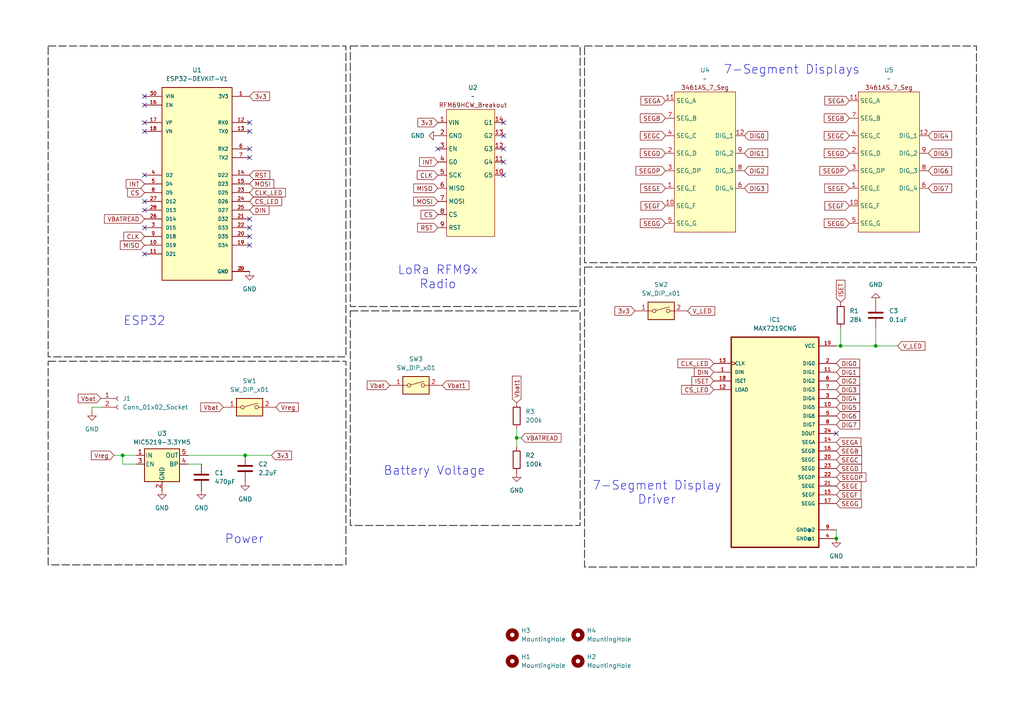
<source format=kicad_sch>
(kicad_sch (version 20250114) (generator "eeschema") (generator_version "9.0")
  (paper "A4")
  (lib_symbols
    (symbol "3461AS_7_seg:3461AS_7_seg"
      (property "Reference" "U" (at 0 -21.59 0))
      (symbol "3461AS_7_seg_1_1"
        (rectangle (start -8.89 20.32) (end 8.89 -20.32) (fill (type background)))
        (text "3461AS_7_Seg" (at 0 21.59 0) (effects (font (size 1.27 1.27))))
        (pin input line (at -11.43 17.78 0) (length 2.54) (name "SEG_A") (number "11"))
        (pin input line (at -11.43 12.7 0) (length 2.54) (name "SEG_B") (number "7"))
        (pin input line (at -11.43 7.62 0) (length 2.54) (name "SEG_C") (number "4"))
        (pin input line (at -11.43 2.54 0) (length 2.54) (name "SEG_D") (number "2"))
        (pin input line (at -11.43 -2.54 0) (length 2.54) (name "SEG_DP") (number "3"))
        (pin input line (at -11.43 -7.62 0) (length 2.54) (name "SEG_E") (number "1"))
        (pin input line (at -11.43 -12.7 0) (length 2.54) (name "SEG_F") (number "10"))
        (pin input line (at -11.43 -17.78 0) (length 2.54) (name "SEG_G") (number "5"))
        (pin input line (at 11.43 7.62 180) (length 2.54) (name "DIG_1") (number "12"))
        (pin input line (at 11.43 2.54 180) (length 2.54) (name "DIG_2") (number "9"))
        (pin input line (at 11.43 -2.54 180) (length 2.54) (name "DIG_3") (number "8"))
        (pin input line (at 11.43 -7.62 180) (length 2.54) (name "DIG_4") (number "6"))
      )
    )
    (symbol "Connector:Conn_01x02_Socket" (pin_names (offset 1.016) (hide yes))
      (property "Reference" "J" (at 0 2.54 0))
      (property "Value" "Conn_01x02_Socket" (at 0 -5.08 0))
      (symbol "Conn_01x02_Socket_1_1"
        (polyline (pts (xy -1.27 0) (xy -0.508 0)) (stroke (width 0.1524)))
        (polyline (pts (xy -1.27 -2.54) (xy -0.508 -2.54)) (stroke (width 0.1524)))
        (arc (start 0 -0.508) (mid -0.5058 0) (end 0 0.508) (stroke (width 0.1524)))
        (arc (start 0 -3.048) (mid -0.5058 -2.54) (end 0 -2.032) (stroke (width 0.1524)))
        (pin passive line (at -5.08 0 0) (length 3.81) (name "Pin_1") (number "1"))
        (pin passive line (at -5.08 -2.54 0) (length 3.81) (name "Pin_2") (number "2"))
      )
    )
    (symbol "Device:C" (pin_numbers (hide yes)) (pin_names (offset 0.254))
      (property "Reference" "C" (at 0.635 2.54 0))
      (property "Value" "C" (at 0.635 -2.54 0))
      (symbol "C_0_1"
        (polyline (pts (xy -2.032 0.762) (xy 2.032 0.762)) (stroke (width 0.508)))
        (polyline (pts (xy -2.032 -0.762) (xy 2.032 -0.762)) (stroke (width 0.508)))
      )
      (symbol "C_1_1"
        (pin passive line (at 0 3.81 270) (length 2.794) (name "~") (number "1"))
        (pin passive line (at 0 -3.81 90) (length 2.794) (name "~") (number "2"))
      )
    )
    (symbol "Device:R" (pin_numbers (hide yes)) (pin_names (offset 0))
      (property "Reference" "R" (at 2.032 0 90))
      (property "Value" "R" (at 0 0 90))
      (symbol "R_0_1"
        (rectangle (start -1.016 -2.54) (end 1.016 2.54) (stroke (width 0.254)))
      )
      (symbol "R_1_1"
        (pin passive line (at 0 3.81 270) (length 1.27) (name "~") (number "1"))
        (pin passive line (at 0 -3.81 90) (length 1.27) (name "~") (number "2"))
      )
    )
    (symbol "ESP32-DEVKIT-V1:ESP32-DEVKIT-V1" (pin_names (offset 1.016))
      (property "Reference" "U" (at -10.16 30.48 0))
      (property "Value" "ESP32-DEVKIT-V1" (at -10.16 -30.48 0))
      (symbol "ESP32-DEVKIT-V1_0_0"
        (rectangle (start -10.16 -27.94) (end 10.16 27.94) (stroke (width 0.254)) (fill (type background)))
        (pin input line (at -15.24 25.4 0) (length 5.08) (name "VIN") (number "30"))
        (pin input line (at -15.24 22.86 0) (length 5.08) (name "EN") (number "16"))
        (pin bidirectional line (at -15.24 17.78 0) (length 5.08) (name "VP") (number "17"))
        (pin bidirectional line (at -15.24 15.24 0) (length 5.08) (name "VN") (number "18"))
        (pin bidirectional line (at -15.24 2.54 0) (length 5.08) (name "D2") (number "4"))
        (pin bidirectional line (at -15.24 0 0) (length 5.08) (name "D4") (number "5"))
        (pin bidirectional line (at -15.24 -2.54 0) (length 5.08) (name "D5") (number "8"))
        (pin bidirectional line (at -15.24 -5.08 0) (length 5.08) (name "D12") (number "27"))
        (pin bidirectional line (at -15.24 -7.62 0) (length 5.08) (name "D13") (number "28"))
        (pin bidirectional line (at -15.24 -10.16 0) (length 5.08) (name "D14") (number "26"))
        (pin bidirectional line (at -15.24 -12.7 0) (length 5.08) (name "D15") (number "3"))
        (pin bidirectional line (at -15.24 -15.24 0) (length 5.08) (name "D18") (number "9"))
        (pin bidirectional line (at -15.24 -17.78 0) (length 5.08) (name "D19") (number "10"))
        (pin bidirectional line (at -15.24 -20.32 0) (length 5.08) (name "D21") (number "11"))
        (pin output line (at 15.24 25.4 180) (length 5.08) (name "3V3") (number "1"))
        (pin input line (at 15.24 17.78 180) (length 5.08) (name "RX0") (number "12"))
        (pin output line (at 15.24 15.24 180) (length 5.08) (name "TX0") (number "13"))
        (pin input line (at 15.24 10.16 180) (length 5.08) (name "RX2") (number "6"))
        (pin output line (at 15.24 7.62 180) (length 5.08) (name "TX2") (number "7"))
        (pin bidirectional line (at 15.24 2.54 180) (length 5.08) (name "D22") (number "14"))
        (pin bidirectional line (at 15.24 0 180) (length 5.08) (name "D23") (number "15"))
        (pin bidirectional line (at 15.24 -2.54 180) (length 5.08) (name "D25") (number "23"))
        (pin bidirectional line (at 15.24 -5.08 180) (length 5.08) (name "D26") (number "24"))
        (pin bidirectional line (at 15.24 -7.62 180) (length 5.08) (name "D27") (number "25"))
        (pin bidirectional line (at 15.24 -10.16 180) (length 5.08) (name "D32") (number "21"))
        (pin bidirectional line (at 15.24 -12.7 180) (length 5.08) (name "D33") (number "22"))
        (pin bidirectional line (at 15.24 -15.24 180) (length 5.08) (name "D35") (number "20"))
        (pin bidirectional line (at 15.24 -17.78 180) (length 5.08) (name "D34") (number "19"))
        (pin power_in line (at 15.24 -25.4 180) (length 5.08) (name "GND") (number "2"))
        (pin power_in line (at 15.24 -25.4 180) (length 5.08) (name "GND") (number "29"))
      )
    )
    (symbol "MAX7219CNG:MAX7219CNG" (pin_names (offset 1.016))
      (property "Reference" "IC" (at -12.7 31.48 0))
      (property "Value" "MAX7219CNG" (at -12.7 -34.48 0))
      (symbol "MAX7219CNG_0_0"
        (rectangle (start -12.7 -30.48) (end 12.7 30.48) (stroke (width 0.41)) (fill (type background)))
        (pin input clock (at -17.78 22.86 0) (length 5.08) (name "CLK") (number "13"))
        (pin input line (at -17.78 20.32 0) (length 5.08) (name "DIN") (number "1"))
        (pin input line (at -17.78 17.78 0) (length 5.08) (name "ISET") (number "18"))
        (pin input line (at -17.78 15.24 0) (length 5.08) (name "LOAD") (number "12"))
        (pin power_in line (at 17.78 27.94 180) (length 5.08) (name "VCC") (number "19"))
        (pin output line (at 17.78 22.86 180) (length 5.08) (name "DIG0") (number "2"))
        (pin output line (at 17.78 20.32 180) (length 5.08) (name "DIG1") (number "11"))
        (pin output line (at 17.78 17.78 180) (length 5.08) (name "DIG2") (number "6"))
        (pin output line (at 17.78 15.24 180) (length 5.08) (name "DIG3") (number "7"))
        (pin output line (at 17.78 12.7 180) (length 5.08) (name "DIG4") (number "3"))
        (pin output line (at 17.78 10.16 180) (length 5.08) (name "DIG5") (number "10"))
        (pin output line (at 17.78 7.62 180) (length 5.08) (name "DIG6") (number "5"))
        (pin output line (at 17.78 5.08 180) (length 5.08) (name "DIG7") (number "8"))
        (pin output line (at 17.78 2.54 180) (length 5.08) (name "DOUT") (number "24"))
        (pin output line (at 17.78 0 180) (length 5.08) (name "SEGA") (number "14"))
        (pin output line (at 17.78 -2.54 180) (length 5.08) (name "SEGB") (number "16"))
        (pin output line (at 17.78 -5.08 180) (length 5.08) (name "SEGC") (number "20"))
        (pin output line (at 17.78 -7.62 180) (length 5.08) (name "SEGD") (number "23"))
        (pin output line (at 17.78 -10.16 180) (length 5.08) (name "SEGDP") (number "22"))
        (pin output line (at 17.78 -12.7 180) (length 5.08) (name "SEGE") (number "21"))
        (pin output line (at 17.78 -15.24 180) (length 5.08) (name "SEGF") (number "15"))
        (pin output line (at 17.78 -17.78 180) (length 5.08) (name "SEGG") (number "17"))
        (pin power_in line (at 17.78 -25.4 180) (length 5.08) (name "GND@2") (number "9"))
        (pin power_in line (at 17.78 -27.94 180) (length 5.08) (name "GND@1") (number "4"))
      )
    )
    (symbol "Mechanical:MountingHole" (pin_names (offset 1.016)) (in_bom no)
      (property "Reference" "H" (at 0 5.08 0))
      (property "Value" "MountingHole" (at 0 3.175 0))
      (symbol "MountingHole_0_1"
        (circle (center 0 0) (radius 1.27) (stroke (width 1.27)))
      )
    )
    (symbol "RFM69HCW:RFM69HCW_Breakout"
      (property "Reference" "U1" (at 2.54 27.94 0))
      (property "Value" "~" (at 0 0 0))
      (symbol "RFM69HCW_Breakout_1_1"
        (rectangle (start -5.08 22.86) (end 8.89 -13.97) (fill (type background)))
        (text "RFM69HCW_Breakout" (at 2.54 24.13 0) (effects (font (size 1.27 1.27))))
        (pin power_in line (at -7.62 19.05 0) (length 2.54) (name "VIN") (number "1"))
        (pin power_out line (at -7.62 15.24 0) (length 2.54) (name "GND") (number "2"))
        (pin bidirectional line (at -7.62 11.43 0) (length 2.54) (name "EN") (number "3"))
        (pin bidirectional line (at -7.62 7.62 0) (length 2.54) (name "G0") (number "4"))
        (pin bidirectional line (at -7.62 3.81 0) (length 2.54) (name "SCK") (number "5"))
        (pin bidirectional line (at -7.62 0 0) (length 2.54) (name "MISO") (number "6"))
        (pin bidirectional line (at -7.62 -3.81 0) (length 2.54) (name "MOSI") (number "7"))
        (pin bidirectional line (at -7.62 -7.62 0) (length 2.54) (name "CS") (number "8"))
        (pin bidirectional line (at -7.62 -11.43 0) (length 2.54) (name "RST") (number "9"))
        (pin output line (at 11.43 19.05 180) (length 2.54) (name "G1") (number "14"))
        (pin output line (at 11.43 15.24 180) (length 2.54) (name "G2") (number "13"))
        (pin output line (at 11.43 11.43 180) (length 2.54) (name "G3") (number "12"))
        (pin output line (at 11.43 7.62 180) (length 2.54) (name "G4") (number "11"))
        (pin output line (at 11.43 3.81 180) (length 2.54) (name "G5") (number "10"))
      )
    )
    (symbol "Regulator_Linear:MIC5219-3.3YM5" (pin_names (offset 0.254))
      (property "Reference" "U" (at -3.81 5.715 0))
      (property "Value" "MIC5219-3.3YM5" (at 0 5.715 0))
      (symbol "MIC5219-3.3YM5_0_1"
        (rectangle (start -5.08 4.445) (end 5.08 -5.08) (stroke (width 0.254)) (fill (type background)))
      )
      (symbol "MIC5219-3.3YM5_1_1"
        (pin power_in line (at -7.62 2.54 0) (length 2.54) (name "IN") (number "1"))
        (pin input line (at -7.62 0 0) (length 2.54) (name "EN") (number "3"))
        (pin power_in line (at 0 -7.62 90) (length 2.54) (name "GND") (number "2"))
        (pin power_out line (at 7.62 2.54 180) (length 2.54) (name "OUT") (number "5"))
        (pin input line (at 7.62 0 180) (length 2.54) (name "BP") (number "4"))
      )
    )
    (symbol "Switch:SW_DIP_x01" (pin_names (offset 0) (hide yes))
      (property "Reference" "SW" (at 0 3.81 0))
      (property "Value" "SW_DIP_x01" (at 0 -3.81 0))
      (symbol "SW_DIP_x01_0_0"
        (circle (center -2.032 0) (radius 0.508))
        (polyline (pts (xy -1.524 0.127) (xy 2.3622 1.1684)))
        (circle (center 2.032 0) (radius 0.508))
      )
      (symbol "SW_DIP_x01_0_1"
        (rectangle (start -3.81 2.54) (end 3.81 -2.54) (stroke (width 0.254)) (fill (type background)))
      )
      (symbol "SW_DIP_x01_1_1"
        (pin passive line (at -7.62 0 0) (length 5.08) (name "~") (number "1"))
        (pin passive line (at 7.62 0 180) (length 5.08) (name "~") (number "2"))
      )
    )
    (symbol "power:GND" (power) (pin_numbers (hide yes)) (pin_names (offset 0) (hide yes))
      (property "Value" "GND" (at 0 -3.81 0))
      (symbol "GND_0_1"
        (polyline (pts (xy 0 0) (xy 0 -1.27) (xy 1.27 -1.27) (xy 0 -2.54) (xy -1.27 -1.27) (xy 0 -1.27)))
      )
      (symbol "GND_1_1"
        (pin power_in line (at 0 0 270) (length 0) (name "~") (number "1"))
      )
    )
  )
  (rectangle (start 101.6 90.17) (end 168.275 152.4) (stroke (width 0.2032) (type dash) (color 0 0 0 1)))
  (rectangle (start 13.97 13.335) (end 100.33 103.505) (stroke (width 0.2032) (type dash) (color 0 0 0 1)))
  (rectangle (start 101.6 13.335) (end 168.275 88.9) (stroke (width 0.2032) (type dash) (color 0 0 0 1)))
  (rectangle (start 169.545 13.335) (end 283.21 76.2) (stroke (width 0.2032) (type dash) (color 0 0 0 1)))
  (rectangle (start 169.545 77.47) (end 283.21 164.465) (stroke (width 0.2032) (type dash) (color 0 0 0 1)))
  (rectangle (start 13.97 104.775) (end 100.33 163.83) (stroke (width 0.2032) (type dash) (color 0 0 0 1)))
  (text "Battery Voltage" (at 125.984 136.652 0) (effects (font (size 2.54 2.54))))
  (text "Power" (at 70.866 156.464 0) (effects (font (size 2.54 2.54))))
  (text "ESP32" (at 41.91 93.218 0) (effects (font (size 2.54 2.54))))
  (text "7-Segment Display\nDriver" (at 190.5 143.002 0) (effects (font (size 2.54 2.54))))
  (text "7-Segment Displays" (at 229.616 20.32 0) (effects (font (size 2.54 2.54))))
  (text "LoRa RFM9x\nRadio" (at 127 80.518 0) (effects (font (size 2.54 2.54))))
  (junction (at 35.56 132.08))
  (junction (at 243.84 100.33))
  (junction (at 71.12 132.08))
  (junction (at 254 100.33))
  (junction (at 242.57 156.21))
  (junction (at 149.86 127))
  (no_connect (at 72.39 66.04))
  (no_connect (at 146.05 39.37))
  (no_connect (at 72.39 43.18))
  (no_connect (at 146.05 50.8))
  (no_connect (at 242.57 125.73))
  (no_connect (at 41.91 38.1))
  (no_connect (at 72.39 63.5))
  (no_connect (at 72.39 35.56))
  (no_connect (at 41.91 30.48))
  (no_connect (at 41.91 66.04))
  (no_connect (at 72.39 45.72))
  (no_connect (at 72.39 68.58))
  (no_connect (at 41.91 50.8))
  (no_connect (at 41.91 35.56))
  (no_connect (at 72.39 38.1))
  (no_connect (at 41.91 60.96))
  (no_connect (at 72.39 71.12))
  (no_connect (at 41.91 27.94))
  (no_connect (at 146.05 35.56))
  (no_connect (at 146.05 46.99))
  (no_connect (at 41.91 73.66))
  (no_connect (at 146.05 43.18))
  (no_connect (at 41.91 58.42))
  (no_connect (at 127 43.18))
  (wire (pts (xy 33.02 132.08) (xy 35.56 132.08)))
  (wire (pts (xy 35.56 134.62) (xy 35.56 132.08)))
  (wire (pts (xy 151.13 127) (xy 149.86 127)))
  (wire (pts (xy 254 100.33) (xy 243.84 100.33)))
  (wire (pts (xy 71.12 132.08) (xy 78.74 132.08)))
  (wire (pts (xy 260.35 100.33) (xy 254 100.33)))
  (wire (pts (xy 26.67 118.11) (xy 26.67 119.38)))
  (wire (pts (xy 254 95.25) (xy 254 100.33)))
  (wire (pts (xy 149.86 127) (xy 149.86 129.54)))
  (wire (pts (xy 149.86 124.46) (xy 149.86 127)))
  (wire (pts (xy 54.61 134.62) (xy 58.42 134.62)))
  (wire (pts (xy 54.61 132.08) (xy 71.12 132.08)))
  (wire (pts (xy 242.57 153.67) (xy 242.57 156.21)))
  (wire (pts (xy 243.84 95.25) (xy 243.84 100.33)))
  (wire (pts (xy 29.21 118.11) (xy 26.67 118.11)))
  (wire (pts (xy 39.37 134.62) (xy 35.56 134.62)))
  (wire (pts (xy 243.84 100.33) (xy 242.57 100.33)))
  (wire (pts (xy 35.56 132.08) (xy 39.37 132.08)))
  (global_label "DIG1" (shape input) (at 242.57 107.95 0) (property "Intersheetrefs" "${INTERSHEET_REFS}" (effects (hide yes))))
  (global_label "VBATREAD" (shape input) (at 41.91 63.5 180) (property "Intersheetrefs" "${INTERSHEET_REFS}" (effects (hide yes))))
  (global_label "DIG0" (shape input) (at 215.9 39.37 0) (property "Intersheetrefs" "${INTERSHEET_REFS}" (effects (hide yes))))
  (global_label "INT" (shape input) (at 127 46.99 180) (property "Intersheetrefs" "${INTERSHEET_REFS}" (effects (hide yes))))
  (global_label "DIG4" (shape input) (at 269.24 39.37 0) (property "Intersheetrefs" "${INTERSHEET_REFS}" (effects (hide yes))))
  (global_label "DIG2" (shape input) (at 242.57 110.49 0) (property "Intersheetrefs" "${INTERSHEET_REFS}" (effects (hide yes))))
  (global_label "DIG3" (shape input) (at 242.57 113.03 0) (property "Intersheetrefs" "${INTERSHEET_REFS}" (effects (hide yes))))
  (global_label "DIG6" (shape input) (at 242.57 120.65 0) (property "Intersheetrefs" "${INTERSHEET_REFS}" (effects (hide yes))))
  (global_label "Vbat" (shape input) (at 113.03 111.76 180) (property "Intersheetrefs" "${INTERSHEET_REFS}" (effects (hide yes))))
  (global_label "SEGA" (shape input) (at 246.38 29.21 180) (property "Intersheetrefs" "${INTERSHEET_REFS}" (effects (hide yes))))
  (global_label "DIG3" (shape input) (at 215.9 54.61 0) (property "Intersheetrefs" "${INTERSHEET_REFS}" (effects (hide yes))))
  (global_label "MOSI" (shape input) (at 72.39 53.34 0) (property "Intersheetrefs" "${INTERSHEET_REFS}" (effects (hide yes))))
  (global_label "Vbat" (shape input) (at 29.21 115.57 180) (property "Intersheetrefs" "${INTERSHEET_REFS}" (effects (hide yes))))
  (global_label "VBATREAD" (shape input) (at 151.13 127 0) (property "Intersheetrefs" "${INTERSHEET_REFS}" (effects (hide yes))))
  (global_label "SEGE" (shape input) (at 242.57 140.97 0) (property "Intersheetrefs" "${INTERSHEET_REFS}" (effects (hide yes))))
  (global_label "DIN" (shape input) (at 72.39 60.96 0) (property "Intersheetrefs" "${INTERSHEET_REFS}" (effects (hide yes))))
  (global_label "V_LED" (shape input) (at 260.35 100.33 0) (property "Intersheetrefs" "${INTERSHEET_REFS}" (effects (hide yes))))
  (global_label "SEGD" (shape input) (at 193.04 44.45 180) (property "Intersheetrefs" "${INTERSHEET_REFS}" (effects (hide yes))))
  (global_label "SEGDP" (shape input) (at 242.57 138.43 0) (property "Intersheetrefs" "${INTERSHEET_REFS}" (effects (hide yes))))
  (global_label "DIG1" (shape input) (at 215.9 44.45 0) (property "Intersheetrefs" "${INTERSHEET_REFS}" (effects (hide yes))))
  (global_label "SEGD" (shape input) (at 242.57 135.89 0) (property "Intersheetrefs" "${INTERSHEET_REFS}" (effects (hide yes))))
  (global_label "CS_LED" (shape input) (at 72.39 58.42 0) (property "Intersheetrefs" "${INTERSHEET_REFS}" (effects (hide yes))))
  (global_label "Vbat" (shape input) (at 64.77 118.11 180) (property "Intersheetrefs" "${INTERSHEET_REFS}" (effects (hide yes))))
  (global_label "SEGA" (shape input) (at 242.57 128.27 0) (property "Intersheetrefs" "${INTERSHEET_REFS}" (effects (hide yes))))
  (global_label "DIG0" (shape input) (at 242.57 105.41 0) (property "Intersheetrefs" "${INTERSHEET_REFS}" (effects (hide yes))))
  (global_label "3v3" (shape input) (at 127 35.56 180) (property "Intersheetrefs" "${INTERSHEET_REFS}" (effects (hide yes))))
  (global_label "DIG7" (shape input) (at 269.24 54.61 0) (property "Intersheetrefs" "${INTERSHEET_REFS}" (effects (hide yes))))
  (global_label "CS" (shape input) (at 127 62.23 180) (property "Intersheetrefs" "${INTERSHEET_REFS}" (effects (hide yes))))
  (global_label "ISET" (shape input) (at 243.84 87.63 90) (property "Intersheetrefs" "${INTERSHEET_REFS}" (effects (hide yes))))
  (global_label "SEGA" (shape input) (at 193.04 29.21 180) (property "Intersheetrefs" "${INTERSHEET_REFS}" (effects (hide yes))))
  (global_label "Vreg" (shape input) (at 80.01 118.11 0) (property "Intersheetrefs" "${INTERSHEET_REFS}" (effects (hide yes))))
  (global_label "DIG5" (shape input) (at 242.57 118.11 0) (property "Intersheetrefs" "${INTERSHEET_REFS}" (effects (hide yes))))
  (global_label "CLK_LED" (shape input) (at 72.39 55.88 0) (property "Intersheetrefs" "${INTERSHEET_REFS}" (effects (hide yes))))
  (global_label "SEGG" (shape input) (at 242.57 146.05 0) (property "Intersheetrefs" "${INTERSHEET_REFS}" (effects (hide yes))))
  (global_label "Vreg" (shape input) (at 33.02 132.08 180) (property "Intersheetrefs" "${INTERSHEET_REFS}" (effects (hide yes))))
  (global_label "SEGC" (shape input) (at 193.04 39.37 180) (property "Intersheetrefs" "${INTERSHEET_REFS}" (effects (hide yes))))
  (global_label "SEGF" (shape input) (at 242.57 143.51 0) (property "Intersheetrefs" "${INTERSHEET_REFS}" (effects (hide yes))))
  (global_label "CLK" (shape input) (at 41.91 68.58 180) (property "Intersheetrefs" "${INTERSHEET_REFS}" (effects (hide yes))))
  (global_label "MOSI" (shape input) (at 127 58.42 180) (property "Intersheetrefs" "${INTERSHEET_REFS}" (effects (hide yes))))
  (global_label "INT" (shape input) (at 41.91 53.34 180) (property "Intersheetrefs" "${INTERSHEET_REFS}" (effects (hide yes))))
  (global_label "DIG7" (shape input) (at 242.57 123.19 0) (property "Intersheetrefs" "${INTERSHEET_REFS}" (effects (hide yes))))
  (global_label "RST" (shape input) (at 72.39 50.8 0) (property "Intersheetrefs" "${INTERSHEET_REFS}" (effects (hide yes))))
  (global_label "SEGB" (shape input) (at 193.04 34.29 180) (property "Intersheetrefs" "${INTERSHEET_REFS}" (effects (hide yes))))
  (global_label "3v3" (shape input) (at 184.15 90.17 180) (property "Intersheetrefs" "${INTERSHEET_REFS}" (effects (hide yes))))
  (global_label "SEGE" (shape input) (at 193.04 54.61 180) (property "Intersheetrefs" "${INTERSHEET_REFS}" (effects (hide yes))))
  (global_label "DIN" (shape input) (at 207.01 107.95 180) (property "Intersheetrefs" "${INTERSHEET_REFS}" (effects (hide yes))))
  (global_label "SEGD" (shape input) (at 246.38 44.45 180) (property "Intersheetrefs" "${INTERSHEET_REFS}" (effects (hide yes))))
  (global_label "SEGC" (shape input) (at 242.57 133.35 0) (property "Intersheetrefs" "${INTERSHEET_REFS}" (effects (hide yes))))
  (global_label "DIG2" (shape input) (at 215.9 49.53 0) (property "Intersheetrefs" "${INTERSHEET_REFS}" (effects (hide yes))))
  (global_label "SEGDP" (shape input) (at 193.04 49.53 180) (property "Intersheetrefs" "${INTERSHEET_REFS}" (effects (hide yes))))
  (global_label "Vbat1" (shape input) (at 149.86 116.84 90) (property "Intersheetrefs" "${INTERSHEET_REFS}" (effects (hide yes))))
  (global_label "SEGG" (shape input) (at 193.04 64.77 180) (property "Intersheetrefs" "${INTERSHEET_REFS}" (effects (hide yes))))
  (global_label "DIG5" (shape input) (at 269.24 44.45 0) (property "Intersheetrefs" "${INTERSHEET_REFS}" (effects (hide yes))))
  (global_label "DIG6" (shape input) (at 269.24 49.53 0) (property "Intersheetrefs" "${INTERSHEET_REFS}" (effects (hide yes))))
  (global_label "3v3" (shape input) (at 72.39 27.94 0) (property "Intersheetrefs" "${INTERSHEET_REFS}" (effects (hide yes))))
  (global_label "CS_LED" (shape input) (at 207.01 113.03 180) (property "Intersheetrefs" "${INTERSHEET_REFS}" (effects (hide yes))))
  (global_label "SEGB" (shape input) (at 242.57 130.81 0) (property "Intersheetrefs" "${INTERSHEET_REFS}" (effects (hide yes))))
  (global_label "V_LED" (shape input) (at 199.39 90.17 0) (property "Intersheetrefs" "${INTERSHEET_REFS}" (effects (hide yes))))
  (global_label "CLK_LED" (shape input) (at 207.01 105.41 180) (property "Intersheetrefs" "${INTERSHEET_REFS}" (effects (hide yes))))
  (global_label "CLK" (shape input) (at 127 50.8 180) (property "Intersheetrefs" "${INTERSHEET_REFS}" (effects (hide yes))))
  (global_label "MISO" (shape input) (at 41.91 71.12 180) (property "Intersheetrefs" "${INTERSHEET_REFS}" (effects (hide yes))))
  (global_label "CS" (shape input) (at 41.91 55.88 180) (property "Intersheetrefs" "${INTERSHEET_REFS}" (effects (hide yes))))
  (global_label "SEGE" (shape input) (at 246.38 54.61 180) (property "Intersheetrefs" "${INTERSHEET_REFS}" (effects (hide yes))))
  (global_label "SEGG" (shape input) (at 246.38 64.77 180) (property "Intersheetrefs" "${INTERSHEET_REFS}" (effects (hide yes))))
  (global_label "SEGF" (shape input) (at 193.04 59.69 180) (property "Intersheetrefs" "${INTERSHEET_REFS}" (effects (hide yes))))
  (global_label "RST" (shape input) (at 127 66.04 180) (property "Intersheetrefs" "${INTERSHEET_REFS}" (effects (hide yes))))
  (global_label "3v3" (shape input) (at 78.74 132.08 0) (property "Intersheetrefs" "${INTERSHEET_REFS}" (effects (hide yes))))
  (global_label "SEGB" (shape input) (at 246.38 34.29 180) (property "Intersheetrefs" "${INTERSHEET_REFS}" (effects (hide yes))))
  (global_label "Vbat1" (shape input) (at 128.27 111.76 0) (property "Intersheetrefs" "${INTERSHEET_REFS}" (effects (hide yes))))
  (global_label "SEGDP" (shape input) (at 246.38 49.53 180) (property "Intersheetrefs" "${INTERSHEET_REFS}" (effects (hide yes))))
  (global_label "ISET" (shape input) (at 207.01 110.49 180) (property "Intersheetrefs" "${INTERSHEET_REFS}" (effects (hide yes))))
  (global_label "MISO" (shape input) (at 127 54.61 180) (property "Intersheetrefs" "${INTERSHEET_REFS}" (effects (hide yes))))
  (global_label "SEGF" (shape input) (at 246.38 59.69 180) (property "Intersheetrefs" "${INTERSHEET_REFS}" (effects (hide yes))))
  (global_label "DIG4" (shape input) (at 242.57 115.57 0) (property "Intersheetrefs" "${INTERSHEET_REFS}" (effects (hide yes))))
  (global_label "SEGC" (shape input) (at 246.38 39.37 180) (property "Intersheetrefs" "${INTERSHEET_REFS}" (effects (hide yes))))
  (symbol (lib_id "3461AS_7_seg:3461AS_7_seg") (at 204.47 46.99 0) (unit 1)
    (property "Reference" "U4" (at 204.47 20.32 0))
    (property "Value" "~" (at 204.47 22.86 0))
    (property "Footprint" "footprints:3461AS_7_seg" (effects (hide yes)))
    (property "Datasheet" "https://www.xlitx.com/datasheet/3461AS.pdf" (effects (hide yes)))
  )
  (symbol (lib_id "power:GND") (at 58.42 142.24 0) (unit 1)
    (property "Reference" "#PWR02" (effects (hide yes)))
    (property "Value" "GND" (at 58.42 147.32 0))
    (property "Description" "Power symbol creates a global label with name \"GND\" , ground" (effects (hide yes)))
  )
  (symbol (lib_id "Device:R") (at 243.84 91.44 0) (unit 1)
    (property "Reference" "R1" (at 246.38 90.1699 0) (effects (justify left)))
    (property "Value" "28k" (at 246.38 92.7099 0) (effects (justify left)))
    (property "Footprint" "Resistor_SMD:R_0603_1608Metric_Pad0.98x0.95mm_HandSolder" (effects (hide yes)))
    (property "Description" "Resistor" (effects (hide yes)))
  )
  (symbol (lib_id "ESP32-DEVKIT-V1:ESP32-DEVKIT-V1") (at 57.15 53.34 0) (unit 1)
    (property "Reference" "U1" (at 57.15 20.32 0))
    (property "Value" "ESP32-DEVKIT-V1" (at 57.15 22.86 0))
    (property "Footprint" "footprints:MODULE_ESP32_DEVKIT_V1" (effects (hide yes)))
    (property "MF" "Do it" (effects (hide yes)))
    (property "MAXIMUM_PACKAGE_HEIGHT" "6.8 mm" (effects (hide yes)))
    (property "Package" "None" (effects (hide yes)))
    (property "Price" "None" (effects (hide yes)))
    (property "Check_prices" "https://www.snapeda.com/parts/ESP32-DEVKIT-V1/Do+it/view-part/?ref=eda" (effects (hide yes)))
    (property "STANDARD" "Manufacturer Recommendations" (effects (hide yes)))
    (property "PARTREV" "N/A" (effects (hide yes)))
    (property "SnapEDA_Link" "https://www.snapeda.com/parts/ESP32-DEVKIT-V1/Do+it/view-part/?ref=snap" (effects (hide yes)))
    (property "MP" "ESP32-DEVKIT-V1" (effects (hide yes)))
    (property "Description_1" "Dual core, Wi-Fi: 2.4 GHz up to 150 Mbits/s,BLE (Bluetooth Low Energy) and legacy Bluetooth, 32 bits, Up to 240 MHz" (effects (hide yes)))
    (property "Availability" "Not in stock" (effects (hide yes)))
    (property "MANUFACTURER" "DOIT" (effects (hide yes)))
  )
  (symbol (lib_id "Device:R") (at 149.86 120.65 0) (unit 1)
    (property "Reference" "R3" (at 152.4 119.3799 0) (effects (justify left)))
    (property "Value" "200k" (at 152.4 121.9199 0) (effects (justify left)))
    (property "Footprint" "Resistor_SMD:R_0603_1608Metric_Pad0.98x0.95mm_HandSolder" (effects (hide yes)))
    (property "Description" "Resistor" (effects (hide yes)))
  )
  (symbol (lib_id "power:GND") (at 242.57 156.21 0) (unit 1)
    (property "Reference" "#PWR06" (effects (hide yes)))
    (property "Value" "GND" (at 242.57 161.29 0))
    (property "Description" "Power symbol creates a global label with name \"GND\" , ground" (effects (hide yes)))
  )
  (symbol (lib_id "power:GND") (at 72.39 78.74 0) (unit 1)
    (property "Reference" "#PWR05" (effects (hide yes)))
    (property "Value" "GND" (at 72.39 83.82 0))
    (property "Description" "Power symbol creates a global label with name \"GND\" , ground" (effects (hide yes)))
  )
  (symbol (lib_id "Mechanical:MountingHole") (at 148.59 184.15 0) (unit 1) (in_bom no)
    (property "Reference" "H3" (at 151.13 182.8799 0) (effects (justify left)))
    (property "Value" "MountingHole" (at 151.13 185.4199 0) (effects (justify left)))
    (property "Footprint" "MountingHole:MountingHole_3.2mm_M3_DIN965_Pad_TopBottom" (effects (hide yes)))
    (property "Description" "Mounting Hole without connection" (effects (hide yes)))
  )
  (symbol (lib_id "power:GND") (at 149.86 137.16 0) (unit 1)
    (property "Reference" "#PWR08" (effects (hide yes)))
    (property "Value" "GND" (at 149.86 142.24 0))
    (property "Description" "Power symbol creates a global label with name \"GND\" , ground" (effects (hide yes)))
  )
  (symbol (lib_id "power:GND") (at 26.67 119.38 0) (unit 1)
    (property "Reference" "#PWR04" (effects (hide yes)))
    (property "Value" "GND" (at 26.67 124.46 0))
    (property "Description" "Power symbol creates a global label with name \"GND\" , ground" (effects (hide yes)))
  )
  (symbol (lib_id "3461AS_7_seg:3461AS_7_seg") (at 257.81 46.99 0) (unit 1)
    (property "Reference" "U5" (at 257.81 20.32 0))
    (property "Value" "~" (at 257.81 22.86 0))
    (property "Footprint" "footprints:3461AS_7_seg" (effects (hide yes)))
    (property "Datasheet" "https://www.xlitx.com/datasheet/3461AS.pdf" (effects (hide yes)))
  )
  (symbol (lib_id "Device:C") (at 254 91.44 0) (unit 1)
    (property "Reference" "C3" (at 257.81 90.1699 0) (effects (justify left)))
    (property "Value" "0.1uF" (at 257.81 92.7099 0) (effects (justify left)))
    (property "Footprint" "Capacitor_SMD:C_0603_1608Metric_Pad1.08x0.95mm_HandSolder" (effects (hide yes)))
    (property "Description" "Unpolarized capacitor" (effects (hide yes)))
  )
  (symbol (lib_id "Switch:SW_DIP_x01") (at 120.65 111.76 0) (unit 1)
    (property "Reference" "SW3" (at 120.65 104.14 0))
    (property "Value" "SW_DIP_x01" (at 120.65 106.68 0))
    (property "Footprint" "Connector_PinSocket_2.54mm:PinSocket_1x02_P2.54mm_Vertical" (effects (hide yes)))
    (property "Description" "1x DIP Switch, Single Pole Single Throw (SPST) switch, small symbol" (effects (hide yes)))
  )
  (symbol (lib_id "power:GND") (at 127 39.37 270) (unit 1)
    (property "Reference" "#PWR09" (effects (hide yes)))
    (property "Value" "GND" (at 123.19 39.3699 90) (effects (justify right)))
    (property "Description" "Power symbol creates a global label with name \"GND\" , ground" (effects (hide yes)))
  )
  (symbol (lib_id "Mechanical:MountingHole") (at 148.59 191.77 0) (unit 1) (in_bom no)
    (property "Reference" "H1" (at 151.13 190.4999 0) (effects (justify left)))
    (property "Value" "MountingHole" (at 151.13 193.0399 0) (effects (justify left)))
    (property "Footprint" "MountingHole:MountingHole_3.2mm_M3_DIN965_Pad_TopBottom" (effects (hide yes)))
    (property "Description" "Mounting Hole without connection" (effects (hide yes)))
  )
  (symbol (lib_id "Device:C") (at 71.12 135.89 0) (unit 1)
    (property "Reference" "C2" (at 74.93 134.6199 0) (effects (justify left)))
    (property "Value" "2.2uF" (at 74.93 137.1599 0) (effects (justify left)))
    (property "Footprint" "Capacitor_SMD:C_0603_1608Metric_Pad1.08x0.95mm_HandSolder" (effects (hide yes)))
    (property "Description" "Unpolarized capacitor" (effects (hide yes)))
  )
  (symbol (lib_id "Mechanical:MountingHole") (at 167.64 184.15 0) (unit 1) (in_bom no)
    (property "Reference" "H4" (at 170.18 182.8799 0) (effects (justify left)))
    (property "Value" "MountingHole" (at 170.18 185.4199 0) (effects (justify left)))
    (property "Footprint" "MountingHole:MountingHole_3.2mm_M3_DIN965_Pad_TopBottom" (effects (hide yes)))
    (property "Description" "Mounting Hole without connection" (effects (hide yes)))
  )
  (symbol (lib_id "Connector:Conn_01x02_Socket") (at 34.29 115.57 0) (unit 1)
    (property "Reference" "J1" (at 35.56 115.5699 0) (effects (justify left)))
    (property "Value" "Conn_01x02_Socket" (at 35.56 118.1099 0) (effects (justify left)))
    (property "Footprint" "Connector_JST:JST_XH_B2B-XH-A_1x02_P2.50mm_Vertical" (effects (hide yes)))
    (property "Description" "Generic connector, single row, 01x02, script generated" (effects (hide yes)))
  )
  (symbol (lib_id "power:GND") (at 254 87.63 180) (unit 1)
    (property "Reference" "#PWR07" (effects (hide yes)))
    (property "Value" "GND" (at 254 82.55 0))
    (property "Description" "Power symbol creates a global label with name \"GND\" , ground" (effects (hide yes)))
  )
  (symbol (lib_id "Switch:SW_DIP_x01") (at 191.77 90.17 0) (unit 1)
    (property "Reference" "SW2" (at 191.77 82.55 0))
    (property "Value" "SW_DIP_x01" (at 191.77 85.09 0))
    (property "Footprint" "Connector_PinSocket_2.54mm:PinSocket_1x02_P2.54mm_Vertical" (effects (hide yes)))
    (property "Description" "1x DIP Switch, Single Pole Single Throw (SPST) switch, small symbol" (effects (hide yes)))
  )
  (symbol (lib_id "power:GND") (at 71.12 139.7 0) (unit 1)
    (property "Reference" "#PWR03" (effects (hide yes)))
    (property "Value" "GND" (at 71.12 144.78 0))
    (property "Description" "Power symbol creates a global label with name \"GND\" , ground" (effects (hide yes)))
  )
  (symbol (lib_id "MAX7219CNG:MAX7219CNG") (at 224.79 128.27 0) (unit 1)
    (property "Reference" "IC1" (at 224.79 92.71 0))
    (property "Value" "MAX7219CNG" (at 224.79 95.25 0))
    (property "Footprint" "footprints:DIP794W47P254L3213H457Q24" (effects (hide yes)))
    (property "Datasheet" "https://www.analog.com/media/en/technical-documentation/data-sheets/max7219-max7221.pdf" (effects (hide yes)))
    (property "MF" "Analog Devices" (effects (hide yes)))
    (property "Description_1" "IC DRVR 7 SEGMENT 8 DIGIT 24DIP" (effects (hide yes)))
    (property "Package" "DIP-24 Maxim Integrated" (effects (hide yes)))
    (property "Price" "None" (effects (hide yes)))
    (property "SnapEDA_Link" "https://www.snapeda.com/parts/MAX7219CNG/Analog+Devices/view-part/?ref=snap" (effects (hide yes)))
    (property "MP" "MAX7219CNG" (effects (hide yes)))
    (property "Availability" "In Stock" (effects (hide yes)))
    (property "Check_prices" "https://www.snapeda.com/parts/MAX7219CNG/Analog+Devices/view-part/?ref=eda" (effects (hide yes)))
  )
  (symbol (lib_id "Regulator_Linear:MIC5219-3.3YM5") (at 46.99 134.62 0) (unit 1)
    (property "Reference" "U3" (at 46.99 125.73 0))
    (property "Value" "MIC5219-3.3YM5" (at 46.99 128.27 0))
    (property "Footprint" "Package_TO_SOT_SMD:SOT-23-5" (effects (hide yes)))
    (property "Datasheet" "http://ww1.microchip.com/downloads/en/DeviceDoc/MIC5219-500mA-Peak-Output-LDO-Regulator-DS20006021A.pdf" (effects (hide yes)))
    (property "Description" "500mA low dropout linear regulator, fixed 3.3V output, SOT-23-5" (effects (hide yes)))
  )
  (symbol (lib_id "Switch:SW_DIP_x01") (at 72.39 118.11 0) (unit 1)
    (property "Reference" "SW1" (at 72.39 110.49 0))
    (property "Value" "SW_DIP_x01" (at 72.39 113.03 0))
    (property "Footprint" "Connector_PinSocket_2.54mm:PinSocket_1x02_P2.54mm_Vertical" (effects (hide yes)))
    (property "Description" "1x DIP Switch, Single Pole Single Throw (SPST) switch, small symbol" (effects (hide yes)))
  )
  (symbol (lib_id "Device:R") (at 149.86 133.35 0) (unit 1)
    (property "Reference" "R2" (at 152.4 132.0799 0) (effects (justify left)))
    (property "Value" "100k" (at 152.4 134.6199 0) (effects (justify left)))
    (property "Footprint" "Resistor_SMD:R_0603_1608Metric_Pad0.98x0.95mm_HandSolder" (effects (hide yes)))
    (property "Description" "Resistor" (effects (hide yes)))
  )
  (symbol (lib_id "RFM69HCW:RFM69HCW_Breakout") (at 134.62 54.61 0) (unit 1)
    (property "Reference" "U2" (at 137.16 25.4 0))
    (property "Value" "~" (at 137.16 27.94 0))
    (property "Footprint" "footprints:RFM69HCW_Breakout" (effects (hide yes)))
    (property "Datasheet" "https://learn.adafruit.com/adafruit-rfm69hcw-and-rfm96-rfm95-rfm98-lora-packet-padio-breakouts/pinouts" (effects (hide yes)))
  )
  (symbol (lib_id "Device:C") (at 58.42 138.43 0) (unit 1)
    (property "Reference" "C1" (at 62.23 137.1599 0) (effects (justify left)))
    (property "Value" "470pF" (at 62.23 139.6999 0) (effects (justify left)))
    (property "Footprint" "Capacitor_SMD:C_0603_1608Metric_Pad1.08x0.95mm_HandSolder" (effects (hide yes)))
    (property "Description" "Unpolarized capacitor" (effects (hide yes)))
  )
  (symbol (lib_id "power:GND") (at 46.99 142.24 0) (unit 1)
    (property "Reference" "#PWR01" (effects (hide yes)))
    (property "Value" "GND" (at 46.99 147.32 0))
    (property "Description" "Power symbol creates a global label with name \"GND\" , ground" (effects (hide yes)))
  )
  (symbol (lib_id "Mechanical:MountingHole") (at 167.64 191.77 0) (unit 1) (in_bom no)
    (property "Reference" "H2" (at 170.18 190.4999 0) (effects (justify left)))
    (property "Value" "MountingHole" (at 170.18 193.0399 0) (effects (justify left)))
    (property "Footprint" "MountingHole:MountingHole_3.2mm_M3_DIN965_Pad_TopBottom" (effects (hide yes)))
    (property "Description" "Mounting Hole without connection" (effects (hide yes)))
  )
)
</source>
